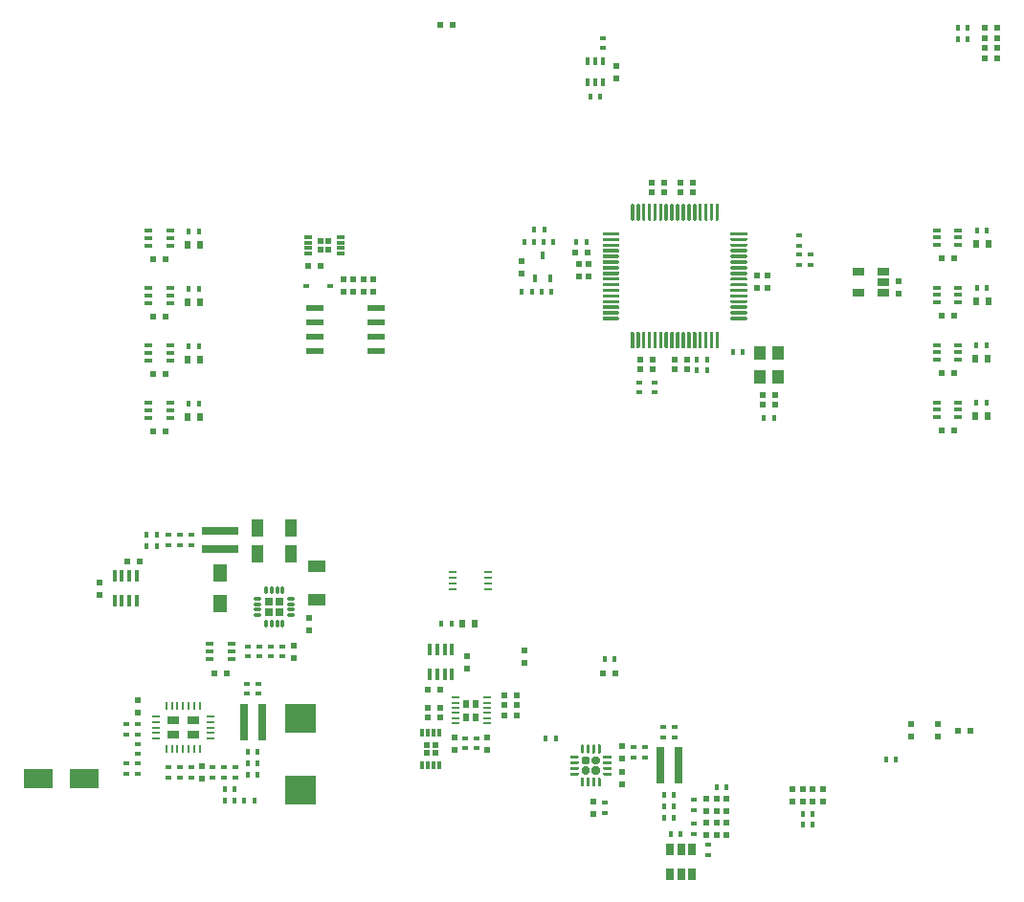
<source format=gbr>
G04 #@! TF.GenerationSoftware,KiCad,Pcbnew,(5.1.8)-1*
G04 #@! TF.CreationDate,2021-01-22T21:00:44-06:00*
G04 #@! TF.ProjectId,Pulse_Oximeter,50756c73-655f-44f7-9869-6d657465722e,rev?*
G04 #@! TF.SameCoordinates,Original*
G04 #@! TF.FileFunction,Paste,Top*
G04 #@! TF.FilePolarity,Positive*
%FSLAX46Y46*%
G04 Gerber Fmt 4.6, Leading zero omitted, Abs format (unit mm)*
G04 Created by KiCad (PCBNEW (5.1.8)-1) date 2021-01-22 21:00:44*
%MOMM*%
%LPD*%
G01*
G04 APERTURE LIST*
%ADD10R,0.400000X0.600000*%
%ADD11R,0.600000X0.500000*%
%ADD12R,0.600000X0.400000*%
%ADD13R,1.060000X0.650000*%
%ADD14R,0.650000X0.400000*%
%ADD15R,0.400000X0.650000*%
%ADD16R,0.650000X1.060000*%
%ADD17R,0.750000X0.250000*%
%ADD18R,0.400000X1.060000*%
%ADD19R,0.730000X0.730000*%
%ADD20O,0.300000X0.750000*%
%ADD21O,0.750000X0.300000*%
%ADD22R,3.200000X0.800000*%
%ADD23R,1.200000X1.500000*%
%ADD24R,0.600000X0.700000*%
%ADD25R,0.500000X0.600000*%
%ADD26R,1.000000X1.600000*%
%ADD27R,1.600000X1.000000*%
%ADD28R,0.800000X3.200000*%
%ADD29R,1.095000X0.795000*%
%ADD30R,0.700000X0.250000*%
%ADD31R,0.250000X0.700000*%
%ADD32R,0.450000X0.700000*%
%ADD33R,2.700000X2.550000*%
%ADD34R,2.500000X1.800000*%
%ADD35R,0.600000X0.450000*%
%ADD36R,0.498000X0.714000*%
%ADD37R,0.300000X0.750000*%
%ADD38R,1.550000X0.600000*%
%ADD39R,0.750000X0.300000*%
%ADD40R,1.100000X1.300000*%
G04 APERTURE END LIST*
D10*
X118116000Y-128397000D03*
X117216000Y-128397000D03*
D11*
X183494000Y-66990000D03*
X182394000Y-66990000D03*
X183494000Y-66101000D03*
X182394000Y-66101000D03*
X108860000Y-84770000D03*
X109960000Y-84770000D03*
D12*
X167005000Y-85283500D03*
X167005000Y-84383500D03*
G36*
G01*
X151104000Y-81294000D02*
X151104000Y-79969000D01*
G75*
G02*
X151179000Y-79894000I75000J0D01*
G01*
X151329000Y-79894000D01*
G75*
G02*
X151404000Y-79969000I0J-75000D01*
G01*
X151404000Y-81294000D01*
G75*
G02*
X151329000Y-81369000I-75000J0D01*
G01*
X151179000Y-81369000D01*
G75*
G02*
X151104000Y-81294000I0J75000D01*
G01*
G37*
G36*
G01*
X151604000Y-81294000D02*
X151604000Y-79969000D01*
G75*
G02*
X151679000Y-79894000I75000J0D01*
G01*
X151829000Y-79894000D01*
G75*
G02*
X151904000Y-79969000I0J-75000D01*
G01*
X151904000Y-81294000D01*
G75*
G02*
X151829000Y-81369000I-75000J0D01*
G01*
X151679000Y-81369000D01*
G75*
G02*
X151604000Y-81294000I0J75000D01*
G01*
G37*
G36*
G01*
X152104000Y-81294000D02*
X152104000Y-79969000D01*
G75*
G02*
X152179000Y-79894000I75000J0D01*
G01*
X152329000Y-79894000D01*
G75*
G02*
X152404000Y-79969000I0J-75000D01*
G01*
X152404000Y-81294000D01*
G75*
G02*
X152329000Y-81369000I-75000J0D01*
G01*
X152179000Y-81369000D01*
G75*
G02*
X152104000Y-81294000I0J75000D01*
G01*
G37*
G36*
G01*
X152604000Y-81294000D02*
X152604000Y-79969000D01*
G75*
G02*
X152679000Y-79894000I75000J0D01*
G01*
X152829000Y-79894000D01*
G75*
G02*
X152904000Y-79969000I0J-75000D01*
G01*
X152904000Y-81294000D01*
G75*
G02*
X152829000Y-81369000I-75000J0D01*
G01*
X152679000Y-81369000D01*
G75*
G02*
X152604000Y-81294000I0J75000D01*
G01*
G37*
G36*
G01*
X153104000Y-81294000D02*
X153104000Y-79969000D01*
G75*
G02*
X153179000Y-79894000I75000J0D01*
G01*
X153329000Y-79894000D01*
G75*
G02*
X153404000Y-79969000I0J-75000D01*
G01*
X153404000Y-81294000D01*
G75*
G02*
X153329000Y-81369000I-75000J0D01*
G01*
X153179000Y-81369000D01*
G75*
G02*
X153104000Y-81294000I0J75000D01*
G01*
G37*
G36*
G01*
X153604000Y-81294000D02*
X153604000Y-79969000D01*
G75*
G02*
X153679000Y-79894000I75000J0D01*
G01*
X153829000Y-79894000D01*
G75*
G02*
X153904000Y-79969000I0J-75000D01*
G01*
X153904000Y-81294000D01*
G75*
G02*
X153829000Y-81369000I-75000J0D01*
G01*
X153679000Y-81369000D01*
G75*
G02*
X153604000Y-81294000I0J75000D01*
G01*
G37*
G36*
G01*
X154104000Y-81294000D02*
X154104000Y-79969000D01*
G75*
G02*
X154179000Y-79894000I75000J0D01*
G01*
X154329000Y-79894000D01*
G75*
G02*
X154404000Y-79969000I0J-75000D01*
G01*
X154404000Y-81294000D01*
G75*
G02*
X154329000Y-81369000I-75000J0D01*
G01*
X154179000Y-81369000D01*
G75*
G02*
X154104000Y-81294000I0J75000D01*
G01*
G37*
G36*
G01*
X154604000Y-81294000D02*
X154604000Y-79969000D01*
G75*
G02*
X154679000Y-79894000I75000J0D01*
G01*
X154829000Y-79894000D01*
G75*
G02*
X154904000Y-79969000I0J-75000D01*
G01*
X154904000Y-81294000D01*
G75*
G02*
X154829000Y-81369000I-75000J0D01*
G01*
X154679000Y-81369000D01*
G75*
G02*
X154604000Y-81294000I0J75000D01*
G01*
G37*
G36*
G01*
X155104000Y-81294000D02*
X155104000Y-79969000D01*
G75*
G02*
X155179000Y-79894000I75000J0D01*
G01*
X155329000Y-79894000D01*
G75*
G02*
X155404000Y-79969000I0J-75000D01*
G01*
X155404000Y-81294000D01*
G75*
G02*
X155329000Y-81369000I-75000J0D01*
G01*
X155179000Y-81369000D01*
G75*
G02*
X155104000Y-81294000I0J75000D01*
G01*
G37*
G36*
G01*
X155604000Y-81294000D02*
X155604000Y-79969000D01*
G75*
G02*
X155679000Y-79894000I75000J0D01*
G01*
X155829000Y-79894000D01*
G75*
G02*
X155904000Y-79969000I0J-75000D01*
G01*
X155904000Y-81294000D01*
G75*
G02*
X155829000Y-81369000I-75000J0D01*
G01*
X155679000Y-81369000D01*
G75*
G02*
X155604000Y-81294000I0J75000D01*
G01*
G37*
G36*
G01*
X156104000Y-81294000D02*
X156104000Y-79969000D01*
G75*
G02*
X156179000Y-79894000I75000J0D01*
G01*
X156329000Y-79894000D01*
G75*
G02*
X156404000Y-79969000I0J-75000D01*
G01*
X156404000Y-81294000D01*
G75*
G02*
X156329000Y-81369000I-75000J0D01*
G01*
X156179000Y-81369000D01*
G75*
G02*
X156104000Y-81294000I0J75000D01*
G01*
G37*
G36*
G01*
X156604000Y-81294000D02*
X156604000Y-79969000D01*
G75*
G02*
X156679000Y-79894000I75000J0D01*
G01*
X156829000Y-79894000D01*
G75*
G02*
X156904000Y-79969000I0J-75000D01*
G01*
X156904000Y-81294000D01*
G75*
G02*
X156829000Y-81369000I-75000J0D01*
G01*
X156679000Y-81369000D01*
G75*
G02*
X156604000Y-81294000I0J75000D01*
G01*
G37*
G36*
G01*
X157104000Y-81294000D02*
X157104000Y-79969000D01*
G75*
G02*
X157179000Y-79894000I75000J0D01*
G01*
X157329000Y-79894000D01*
G75*
G02*
X157404000Y-79969000I0J-75000D01*
G01*
X157404000Y-81294000D01*
G75*
G02*
X157329000Y-81369000I-75000J0D01*
G01*
X157179000Y-81369000D01*
G75*
G02*
X157104000Y-81294000I0J75000D01*
G01*
G37*
G36*
G01*
X157604000Y-81294000D02*
X157604000Y-79969000D01*
G75*
G02*
X157679000Y-79894000I75000J0D01*
G01*
X157829000Y-79894000D01*
G75*
G02*
X157904000Y-79969000I0J-75000D01*
G01*
X157904000Y-81294000D01*
G75*
G02*
X157829000Y-81369000I-75000J0D01*
G01*
X157679000Y-81369000D01*
G75*
G02*
X157604000Y-81294000I0J75000D01*
G01*
G37*
G36*
G01*
X158104000Y-81294000D02*
X158104000Y-79969000D01*
G75*
G02*
X158179000Y-79894000I75000J0D01*
G01*
X158329000Y-79894000D01*
G75*
G02*
X158404000Y-79969000I0J-75000D01*
G01*
X158404000Y-81294000D01*
G75*
G02*
X158329000Y-81369000I-75000J0D01*
G01*
X158179000Y-81369000D01*
G75*
G02*
X158104000Y-81294000I0J75000D01*
G01*
G37*
G36*
G01*
X158604000Y-81294000D02*
X158604000Y-79969000D01*
G75*
G02*
X158679000Y-79894000I75000J0D01*
G01*
X158829000Y-79894000D01*
G75*
G02*
X158904000Y-79969000I0J-75000D01*
G01*
X158904000Y-81294000D01*
G75*
G02*
X158829000Y-81369000I-75000J0D01*
G01*
X158679000Y-81369000D01*
G75*
G02*
X158604000Y-81294000I0J75000D01*
G01*
G37*
G36*
G01*
X159929000Y-82619000D02*
X159929000Y-82469000D01*
G75*
G02*
X160004000Y-82394000I75000J0D01*
G01*
X161329000Y-82394000D01*
G75*
G02*
X161404000Y-82469000I0J-75000D01*
G01*
X161404000Y-82619000D01*
G75*
G02*
X161329000Y-82694000I-75000J0D01*
G01*
X160004000Y-82694000D01*
G75*
G02*
X159929000Y-82619000I0J75000D01*
G01*
G37*
G36*
G01*
X159929000Y-83119000D02*
X159929000Y-82969000D01*
G75*
G02*
X160004000Y-82894000I75000J0D01*
G01*
X161329000Y-82894000D01*
G75*
G02*
X161404000Y-82969000I0J-75000D01*
G01*
X161404000Y-83119000D01*
G75*
G02*
X161329000Y-83194000I-75000J0D01*
G01*
X160004000Y-83194000D01*
G75*
G02*
X159929000Y-83119000I0J75000D01*
G01*
G37*
G36*
G01*
X159929000Y-83619000D02*
X159929000Y-83469000D01*
G75*
G02*
X160004000Y-83394000I75000J0D01*
G01*
X161329000Y-83394000D01*
G75*
G02*
X161404000Y-83469000I0J-75000D01*
G01*
X161404000Y-83619000D01*
G75*
G02*
X161329000Y-83694000I-75000J0D01*
G01*
X160004000Y-83694000D01*
G75*
G02*
X159929000Y-83619000I0J75000D01*
G01*
G37*
G36*
G01*
X159929000Y-84119000D02*
X159929000Y-83969000D01*
G75*
G02*
X160004000Y-83894000I75000J0D01*
G01*
X161329000Y-83894000D01*
G75*
G02*
X161404000Y-83969000I0J-75000D01*
G01*
X161404000Y-84119000D01*
G75*
G02*
X161329000Y-84194000I-75000J0D01*
G01*
X160004000Y-84194000D01*
G75*
G02*
X159929000Y-84119000I0J75000D01*
G01*
G37*
G36*
G01*
X159929000Y-84619000D02*
X159929000Y-84469000D01*
G75*
G02*
X160004000Y-84394000I75000J0D01*
G01*
X161329000Y-84394000D01*
G75*
G02*
X161404000Y-84469000I0J-75000D01*
G01*
X161404000Y-84619000D01*
G75*
G02*
X161329000Y-84694000I-75000J0D01*
G01*
X160004000Y-84694000D01*
G75*
G02*
X159929000Y-84619000I0J75000D01*
G01*
G37*
G36*
G01*
X159929000Y-85119000D02*
X159929000Y-84969000D01*
G75*
G02*
X160004000Y-84894000I75000J0D01*
G01*
X161329000Y-84894000D01*
G75*
G02*
X161404000Y-84969000I0J-75000D01*
G01*
X161404000Y-85119000D01*
G75*
G02*
X161329000Y-85194000I-75000J0D01*
G01*
X160004000Y-85194000D01*
G75*
G02*
X159929000Y-85119000I0J75000D01*
G01*
G37*
G36*
G01*
X159929000Y-85619000D02*
X159929000Y-85469000D01*
G75*
G02*
X160004000Y-85394000I75000J0D01*
G01*
X161329000Y-85394000D01*
G75*
G02*
X161404000Y-85469000I0J-75000D01*
G01*
X161404000Y-85619000D01*
G75*
G02*
X161329000Y-85694000I-75000J0D01*
G01*
X160004000Y-85694000D01*
G75*
G02*
X159929000Y-85619000I0J75000D01*
G01*
G37*
G36*
G01*
X159929000Y-86119000D02*
X159929000Y-85969000D01*
G75*
G02*
X160004000Y-85894000I75000J0D01*
G01*
X161329000Y-85894000D01*
G75*
G02*
X161404000Y-85969000I0J-75000D01*
G01*
X161404000Y-86119000D01*
G75*
G02*
X161329000Y-86194000I-75000J0D01*
G01*
X160004000Y-86194000D01*
G75*
G02*
X159929000Y-86119000I0J75000D01*
G01*
G37*
G36*
G01*
X159929000Y-86619000D02*
X159929000Y-86469000D01*
G75*
G02*
X160004000Y-86394000I75000J0D01*
G01*
X161329000Y-86394000D01*
G75*
G02*
X161404000Y-86469000I0J-75000D01*
G01*
X161404000Y-86619000D01*
G75*
G02*
X161329000Y-86694000I-75000J0D01*
G01*
X160004000Y-86694000D01*
G75*
G02*
X159929000Y-86619000I0J75000D01*
G01*
G37*
G36*
G01*
X159929000Y-87119000D02*
X159929000Y-86969000D01*
G75*
G02*
X160004000Y-86894000I75000J0D01*
G01*
X161329000Y-86894000D01*
G75*
G02*
X161404000Y-86969000I0J-75000D01*
G01*
X161404000Y-87119000D01*
G75*
G02*
X161329000Y-87194000I-75000J0D01*
G01*
X160004000Y-87194000D01*
G75*
G02*
X159929000Y-87119000I0J75000D01*
G01*
G37*
G36*
G01*
X159929000Y-87619000D02*
X159929000Y-87469000D01*
G75*
G02*
X160004000Y-87394000I75000J0D01*
G01*
X161329000Y-87394000D01*
G75*
G02*
X161404000Y-87469000I0J-75000D01*
G01*
X161404000Y-87619000D01*
G75*
G02*
X161329000Y-87694000I-75000J0D01*
G01*
X160004000Y-87694000D01*
G75*
G02*
X159929000Y-87619000I0J75000D01*
G01*
G37*
G36*
G01*
X159929000Y-88119000D02*
X159929000Y-87969000D01*
G75*
G02*
X160004000Y-87894000I75000J0D01*
G01*
X161329000Y-87894000D01*
G75*
G02*
X161404000Y-87969000I0J-75000D01*
G01*
X161404000Y-88119000D01*
G75*
G02*
X161329000Y-88194000I-75000J0D01*
G01*
X160004000Y-88194000D01*
G75*
G02*
X159929000Y-88119000I0J75000D01*
G01*
G37*
G36*
G01*
X159929000Y-88619000D02*
X159929000Y-88469000D01*
G75*
G02*
X160004000Y-88394000I75000J0D01*
G01*
X161329000Y-88394000D01*
G75*
G02*
X161404000Y-88469000I0J-75000D01*
G01*
X161404000Y-88619000D01*
G75*
G02*
X161329000Y-88694000I-75000J0D01*
G01*
X160004000Y-88694000D01*
G75*
G02*
X159929000Y-88619000I0J75000D01*
G01*
G37*
G36*
G01*
X159929000Y-89119000D02*
X159929000Y-88969000D01*
G75*
G02*
X160004000Y-88894000I75000J0D01*
G01*
X161329000Y-88894000D01*
G75*
G02*
X161404000Y-88969000I0J-75000D01*
G01*
X161404000Y-89119000D01*
G75*
G02*
X161329000Y-89194000I-75000J0D01*
G01*
X160004000Y-89194000D01*
G75*
G02*
X159929000Y-89119000I0J75000D01*
G01*
G37*
G36*
G01*
X159929000Y-89619000D02*
X159929000Y-89469000D01*
G75*
G02*
X160004000Y-89394000I75000J0D01*
G01*
X161329000Y-89394000D01*
G75*
G02*
X161404000Y-89469000I0J-75000D01*
G01*
X161404000Y-89619000D01*
G75*
G02*
X161329000Y-89694000I-75000J0D01*
G01*
X160004000Y-89694000D01*
G75*
G02*
X159929000Y-89619000I0J75000D01*
G01*
G37*
G36*
G01*
X159929000Y-90119000D02*
X159929000Y-89969000D01*
G75*
G02*
X160004000Y-89894000I75000J0D01*
G01*
X161329000Y-89894000D01*
G75*
G02*
X161404000Y-89969000I0J-75000D01*
G01*
X161404000Y-90119000D01*
G75*
G02*
X161329000Y-90194000I-75000J0D01*
G01*
X160004000Y-90194000D01*
G75*
G02*
X159929000Y-90119000I0J75000D01*
G01*
G37*
G36*
G01*
X158604000Y-92619000D02*
X158604000Y-91294000D01*
G75*
G02*
X158679000Y-91219000I75000J0D01*
G01*
X158829000Y-91219000D01*
G75*
G02*
X158904000Y-91294000I0J-75000D01*
G01*
X158904000Y-92619000D01*
G75*
G02*
X158829000Y-92694000I-75000J0D01*
G01*
X158679000Y-92694000D01*
G75*
G02*
X158604000Y-92619000I0J75000D01*
G01*
G37*
G36*
G01*
X158104000Y-92619000D02*
X158104000Y-91294000D01*
G75*
G02*
X158179000Y-91219000I75000J0D01*
G01*
X158329000Y-91219000D01*
G75*
G02*
X158404000Y-91294000I0J-75000D01*
G01*
X158404000Y-92619000D01*
G75*
G02*
X158329000Y-92694000I-75000J0D01*
G01*
X158179000Y-92694000D01*
G75*
G02*
X158104000Y-92619000I0J75000D01*
G01*
G37*
G36*
G01*
X157604000Y-92619000D02*
X157604000Y-91294000D01*
G75*
G02*
X157679000Y-91219000I75000J0D01*
G01*
X157829000Y-91219000D01*
G75*
G02*
X157904000Y-91294000I0J-75000D01*
G01*
X157904000Y-92619000D01*
G75*
G02*
X157829000Y-92694000I-75000J0D01*
G01*
X157679000Y-92694000D01*
G75*
G02*
X157604000Y-92619000I0J75000D01*
G01*
G37*
G36*
G01*
X157104000Y-92619000D02*
X157104000Y-91294000D01*
G75*
G02*
X157179000Y-91219000I75000J0D01*
G01*
X157329000Y-91219000D01*
G75*
G02*
X157404000Y-91294000I0J-75000D01*
G01*
X157404000Y-92619000D01*
G75*
G02*
X157329000Y-92694000I-75000J0D01*
G01*
X157179000Y-92694000D01*
G75*
G02*
X157104000Y-92619000I0J75000D01*
G01*
G37*
G36*
G01*
X156604000Y-92619000D02*
X156604000Y-91294000D01*
G75*
G02*
X156679000Y-91219000I75000J0D01*
G01*
X156829000Y-91219000D01*
G75*
G02*
X156904000Y-91294000I0J-75000D01*
G01*
X156904000Y-92619000D01*
G75*
G02*
X156829000Y-92694000I-75000J0D01*
G01*
X156679000Y-92694000D01*
G75*
G02*
X156604000Y-92619000I0J75000D01*
G01*
G37*
G36*
G01*
X156104000Y-92619000D02*
X156104000Y-91294000D01*
G75*
G02*
X156179000Y-91219000I75000J0D01*
G01*
X156329000Y-91219000D01*
G75*
G02*
X156404000Y-91294000I0J-75000D01*
G01*
X156404000Y-92619000D01*
G75*
G02*
X156329000Y-92694000I-75000J0D01*
G01*
X156179000Y-92694000D01*
G75*
G02*
X156104000Y-92619000I0J75000D01*
G01*
G37*
G36*
G01*
X155604000Y-92619000D02*
X155604000Y-91294000D01*
G75*
G02*
X155679000Y-91219000I75000J0D01*
G01*
X155829000Y-91219000D01*
G75*
G02*
X155904000Y-91294000I0J-75000D01*
G01*
X155904000Y-92619000D01*
G75*
G02*
X155829000Y-92694000I-75000J0D01*
G01*
X155679000Y-92694000D01*
G75*
G02*
X155604000Y-92619000I0J75000D01*
G01*
G37*
G36*
G01*
X155104000Y-92619000D02*
X155104000Y-91294000D01*
G75*
G02*
X155179000Y-91219000I75000J0D01*
G01*
X155329000Y-91219000D01*
G75*
G02*
X155404000Y-91294000I0J-75000D01*
G01*
X155404000Y-92619000D01*
G75*
G02*
X155329000Y-92694000I-75000J0D01*
G01*
X155179000Y-92694000D01*
G75*
G02*
X155104000Y-92619000I0J75000D01*
G01*
G37*
G36*
G01*
X154604000Y-92619000D02*
X154604000Y-91294000D01*
G75*
G02*
X154679000Y-91219000I75000J0D01*
G01*
X154829000Y-91219000D01*
G75*
G02*
X154904000Y-91294000I0J-75000D01*
G01*
X154904000Y-92619000D01*
G75*
G02*
X154829000Y-92694000I-75000J0D01*
G01*
X154679000Y-92694000D01*
G75*
G02*
X154604000Y-92619000I0J75000D01*
G01*
G37*
G36*
G01*
X154104000Y-92619000D02*
X154104000Y-91294000D01*
G75*
G02*
X154179000Y-91219000I75000J0D01*
G01*
X154329000Y-91219000D01*
G75*
G02*
X154404000Y-91294000I0J-75000D01*
G01*
X154404000Y-92619000D01*
G75*
G02*
X154329000Y-92694000I-75000J0D01*
G01*
X154179000Y-92694000D01*
G75*
G02*
X154104000Y-92619000I0J75000D01*
G01*
G37*
G36*
G01*
X153604000Y-92619000D02*
X153604000Y-91294000D01*
G75*
G02*
X153679000Y-91219000I75000J0D01*
G01*
X153829000Y-91219000D01*
G75*
G02*
X153904000Y-91294000I0J-75000D01*
G01*
X153904000Y-92619000D01*
G75*
G02*
X153829000Y-92694000I-75000J0D01*
G01*
X153679000Y-92694000D01*
G75*
G02*
X153604000Y-92619000I0J75000D01*
G01*
G37*
G36*
G01*
X153104000Y-92619000D02*
X153104000Y-91294000D01*
G75*
G02*
X153179000Y-91219000I75000J0D01*
G01*
X153329000Y-91219000D01*
G75*
G02*
X153404000Y-91294000I0J-75000D01*
G01*
X153404000Y-92619000D01*
G75*
G02*
X153329000Y-92694000I-75000J0D01*
G01*
X153179000Y-92694000D01*
G75*
G02*
X153104000Y-92619000I0J75000D01*
G01*
G37*
G36*
G01*
X152604000Y-92619000D02*
X152604000Y-91294000D01*
G75*
G02*
X152679000Y-91219000I75000J0D01*
G01*
X152829000Y-91219000D01*
G75*
G02*
X152904000Y-91294000I0J-75000D01*
G01*
X152904000Y-92619000D01*
G75*
G02*
X152829000Y-92694000I-75000J0D01*
G01*
X152679000Y-92694000D01*
G75*
G02*
X152604000Y-92619000I0J75000D01*
G01*
G37*
G36*
G01*
X152104000Y-92619000D02*
X152104000Y-91294000D01*
G75*
G02*
X152179000Y-91219000I75000J0D01*
G01*
X152329000Y-91219000D01*
G75*
G02*
X152404000Y-91294000I0J-75000D01*
G01*
X152404000Y-92619000D01*
G75*
G02*
X152329000Y-92694000I-75000J0D01*
G01*
X152179000Y-92694000D01*
G75*
G02*
X152104000Y-92619000I0J75000D01*
G01*
G37*
G36*
G01*
X151604000Y-92619000D02*
X151604000Y-91294000D01*
G75*
G02*
X151679000Y-91219000I75000J0D01*
G01*
X151829000Y-91219000D01*
G75*
G02*
X151904000Y-91294000I0J-75000D01*
G01*
X151904000Y-92619000D01*
G75*
G02*
X151829000Y-92694000I-75000J0D01*
G01*
X151679000Y-92694000D01*
G75*
G02*
X151604000Y-92619000I0J75000D01*
G01*
G37*
G36*
G01*
X151104000Y-92619000D02*
X151104000Y-91294000D01*
G75*
G02*
X151179000Y-91219000I75000J0D01*
G01*
X151329000Y-91219000D01*
G75*
G02*
X151404000Y-91294000I0J-75000D01*
G01*
X151404000Y-92619000D01*
G75*
G02*
X151329000Y-92694000I-75000J0D01*
G01*
X151179000Y-92694000D01*
G75*
G02*
X151104000Y-92619000I0J75000D01*
G01*
G37*
G36*
G01*
X148604000Y-90119000D02*
X148604000Y-89969000D01*
G75*
G02*
X148679000Y-89894000I75000J0D01*
G01*
X150004000Y-89894000D01*
G75*
G02*
X150079000Y-89969000I0J-75000D01*
G01*
X150079000Y-90119000D01*
G75*
G02*
X150004000Y-90194000I-75000J0D01*
G01*
X148679000Y-90194000D01*
G75*
G02*
X148604000Y-90119000I0J75000D01*
G01*
G37*
G36*
G01*
X148604000Y-89619000D02*
X148604000Y-89469000D01*
G75*
G02*
X148679000Y-89394000I75000J0D01*
G01*
X150004000Y-89394000D01*
G75*
G02*
X150079000Y-89469000I0J-75000D01*
G01*
X150079000Y-89619000D01*
G75*
G02*
X150004000Y-89694000I-75000J0D01*
G01*
X148679000Y-89694000D01*
G75*
G02*
X148604000Y-89619000I0J75000D01*
G01*
G37*
G36*
G01*
X148604000Y-89119000D02*
X148604000Y-88969000D01*
G75*
G02*
X148679000Y-88894000I75000J0D01*
G01*
X150004000Y-88894000D01*
G75*
G02*
X150079000Y-88969000I0J-75000D01*
G01*
X150079000Y-89119000D01*
G75*
G02*
X150004000Y-89194000I-75000J0D01*
G01*
X148679000Y-89194000D01*
G75*
G02*
X148604000Y-89119000I0J75000D01*
G01*
G37*
G36*
G01*
X148604000Y-88619000D02*
X148604000Y-88469000D01*
G75*
G02*
X148679000Y-88394000I75000J0D01*
G01*
X150004000Y-88394000D01*
G75*
G02*
X150079000Y-88469000I0J-75000D01*
G01*
X150079000Y-88619000D01*
G75*
G02*
X150004000Y-88694000I-75000J0D01*
G01*
X148679000Y-88694000D01*
G75*
G02*
X148604000Y-88619000I0J75000D01*
G01*
G37*
G36*
G01*
X148604000Y-88119000D02*
X148604000Y-87969000D01*
G75*
G02*
X148679000Y-87894000I75000J0D01*
G01*
X150004000Y-87894000D01*
G75*
G02*
X150079000Y-87969000I0J-75000D01*
G01*
X150079000Y-88119000D01*
G75*
G02*
X150004000Y-88194000I-75000J0D01*
G01*
X148679000Y-88194000D01*
G75*
G02*
X148604000Y-88119000I0J75000D01*
G01*
G37*
G36*
G01*
X148604000Y-87619000D02*
X148604000Y-87469000D01*
G75*
G02*
X148679000Y-87394000I75000J0D01*
G01*
X150004000Y-87394000D01*
G75*
G02*
X150079000Y-87469000I0J-75000D01*
G01*
X150079000Y-87619000D01*
G75*
G02*
X150004000Y-87694000I-75000J0D01*
G01*
X148679000Y-87694000D01*
G75*
G02*
X148604000Y-87619000I0J75000D01*
G01*
G37*
G36*
G01*
X148604000Y-87119000D02*
X148604000Y-86969000D01*
G75*
G02*
X148679000Y-86894000I75000J0D01*
G01*
X150004000Y-86894000D01*
G75*
G02*
X150079000Y-86969000I0J-75000D01*
G01*
X150079000Y-87119000D01*
G75*
G02*
X150004000Y-87194000I-75000J0D01*
G01*
X148679000Y-87194000D01*
G75*
G02*
X148604000Y-87119000I0J75000D01*
G01*
G37*
G36*
G01*
X148604000Y-86619000D02*
X148604000Y-86469000D01*
G75*
G02*
X148679000Y-86394000I75000J0D01*
G01*
X150004000Y-86394000D01*
G75*
G02*
X150079000Y-86469000I0J-75000D01*
G01*
X150079000Y-86619000D01*
G75*
G02*
X150004000Y-86694000I-75000J0D01*
G01*
X148679000Y-86694000D01*
G75*
G02*
X148604000Y-86619000I0J75000D01*
G01*
G37*
G36*
G01*
X148604000Y-86119000D02*
X148604000Y-85969000D01*
G75*
G02*
X148679000Y-85894000I75000J0D01*
G01*
X150004000Y-85894000D01*
G75*
G02*
X150079000Y-85969000I0J-75000D01*
G01*
X150079000Y-86119000D01*
G75*
G02*
X150004000Y-86194000I-75000J0D01*
G01*
X148679000Y-86194000D01*
G75*
G02*
X148604000Y-86119000I0J75000D01*
G01*
G37*
G36*
G01*
X148604000Y-85619000D02*
X148604000Y-85469000D01*
G75*
G02*
X148679000Y-85394000I75000J0D01*
G01*
X150004000Y-85394000D01*
G75*
G02*
X150079000Y-85469000I0J-75000D01*
G01*
X150079000Y-85619000D01*
G75*
G02*
X150004000Y-85694000I-75000J0D01*
G01*
X148679000Y-85694000D01*
G75*
G02*
X148604000Y-85619000I0J75000D01*
G01*
G37*
G36*
G01*
X148604000Y-85119000D02*
X148604000Y-84969000D01*
G75*
G02*
X148679000Y-84894000I75000J0D01*
G01*
X150004000Y-84894000D01*
G75*
G02*
X150079000Y-84969000I0J-75000D01*
G01*
X150079000Y-85119000D01*
G75*
G02*
X150004000Y-85194000I-75000J0D01*
G01*
X148679000Y-85194000D01*
G75*
G02*
X148604000Y-85119000I0J75000D01*
G01*
G37*
G36*
G01*
X148604000Y-84619000D02*
X148604000Y-84469000D01*
G75*
G02*
X148679000Y-84394000I75000J0D01*
G01*
X150004000Y-84394000D01*
G75*
G02*
X150079000Y-84469000I0J-75000D01*
G01*
X150079000Y-84619000D01*
G75*
G02*
X150004000Y-84694000I-75000J0D01*
G01*
X148679000Y-84694000D01*
G75*
G02*
X148604000Y-84619000I0J75000D01*
G01*
G37*
G36*
G01*
X148604000Y-84119000D02*
X148604000Y-83969000D01*
G75*
G02*
X148679000Y-83894000I75000J0D01*
G01*
X150004000Y-83894000D01*
G75*
G02*
X150079000Y-83969000I0J-75000D01*
G01*
X150079000Y-84119000D01*
G75*
G02*
X150004000Y-84194000I-75000J0D01*
G01*
X148679000Y-84194000D01*
G75*
G02*
X148604000Y-84119000I0J75000D01*
G01*
G37*
G36*
G01*
X148604000Y-83619000D02*
X148604000Y-83469000D01*
G75*
G02*
X148679000Y-83394000I75000J0D01*
G01*
X150004000Y-83394000D01*
G75*
G02*
X150079000Y-83469000I0J-75000D01*
G01*
X150079000Y-83619000D01*
G75*
G02*
X150004000Y-83694000I-75000J0D01*
G01*
X148679000Y-83694000D01*
G75*
G02*
X148604000Y-83619000I0J75000D01*
G01*
G37*
G36*
G01*
X148604000Y-83119000D02*
X148604000Y-82969000D01*
G75*
G02*
X148679000Y-82894000I75000J0D01*
G01*
X150004000Y-82894000D01*
G75*
G02*
X150079000Y-82969000I0J-75000D01*
G01*
X150079000Y-83119000D01*
G75*
G02*
X150004000Y-83194000I-75000J0D01*
G01*
X148679000Y-83194000D01*
G75*
G02*
X148604000Y-83119000I0J75000D01*
G01*
G37*
G36*
G01*
X148604000Y-82619000D02*
X148604000Y-82469000D01*
G75*
G02*
X148679000Y-82394000I75000J0D01*
G01*
X150004000Y-82394000D01*
G75*
G02*
X150079000Y-82469000I0J-75000D01*
G01*
X150079000Y-82619000D01*
G75*
G02*
X150004000Y-82694000I-75000J0D01*
G01*
X148679000Y-82694000D01*
G75*
G02*
X148604000Y-82619000I0J75000D01*
G01*
G37*
D13*
X171228000Y-87774500D03*
X171228000Y-85874500D03*
X173428000Y-85874500D03*
X173428000Y-86824500D03*
X173428000Y-87774500D03*
D14*
X180084000Y-97455000D03*
X180084000Y-98755000D03*
X178184000Y-98105000D03*
X180084000Y-98105000D03*
X178184000Y-98755000D03*
X178184000Y-97455000D03*
X180084000Y-92375000D03*
X180084000Y-93675000D03*
X178184000Y-93025000D03*
X180084000Y-93025000D03*
X178184000Y-93675000D03*
X178184000Y-92375000D03*
X180084000Y-87295000D03*
X180084000Y-88595000D03*
X178184000Y-87945000D03*
X180084000Y-87945000D03*
X178184000Y-88595000D03*
X178184000Y-87295000D03*
X180084000Y-82215000D03*
X180084000Y-83515000D03*
X178184000Y-82865000D03*
X180084000Y-82865000D03*
X178184000Y-83515000D03*
X178184000Y-82215000D03*
X110360000Y-97518500D03*
X110360000Y-98818500D03*
X108460000Y-98168500D03*
X110360000Y-98168500D03*
X108460000Y-98818500D03*
X108460000Y-97518500D03*
X110360000Y-92438500D03*
X110360000Y-93738500D03*
X108460000Y-93088500D03*
X110360000Y-93088500D03*
X108460000Y-93738500D03*
X108460000Y-92438500D03*
X110360000Y-87358500D03*
X110360000Y-88658500D03*
X108460000Y-88008500D03*
X110360000Y-88008500D03*
X108460000Y-88658500D03*
X108460000Y-87358500D03*
X110360000Y-82278500D03*
X110360000Y-83578500D03*
X108460000Y-82928500D03*
X110360000Y-82928500D03*
X108460000Y-83578500D03*
X108460000Y-82278500D03*
D15*
X147305000Y-67246500D03*
X148605000Y-67246500D03*
X147955000Y-69146500D03*
X147955000Y-67246500D03*
X148605000Y-69146500D03*
X147305000Y-69146500D03*
D16*
X155547000Y-139255000D03*
X156497000Y-139255000D03*
X154597000Y-139255000D03*
X154597000Y-137055000D03*
X155547000Y-137055000D03*
X156497000Y-137055000D03*
D17*
X135356000Y-113970000D03*
X135356000Y-113470000D03*
X135356000Y-112970000D03*
X135356000Y-112470000D03*
X138456000Y-112470000D03*
X138456000Y-112970000D03*
X138456000Y-113470000D03*
X138456000Y-113970000D03*
D18*
X107406000Y-115023000D03*
X106756000Y-115023000D03*
X106096000Y-115023000D03*
X105446000Y-115023000D03*
X105446000Y-112823000D03*
X106096000Y-112823000D03*
X106756000Y-112823000D03*
X107406000Y-112823000D03*
D19*
X119120000Y-115120000D03*
X120020000Y-115120000D03*
X120020000Y-116020000D03*
X119120000Y-116020000D03*
D20*
X118820000Y-114095000D03*
X119320000Y-114095000D03*
X119820000Y-114095000D03*
X120320000Y-114095000D03*
D21*
X121045000Y-114820000D03*
X121045000Y-115320000D03*
X121045000Y-115820000D03*
X121045000Y-116320000D03*
D20*
X120320000Y-117045000D03*
X119820000Y-117045000D03*
X119320000Y-117045000D03*
X118820000Y-117045000D03*
D21*
X118095000Y-116320000D03*
X118095000Y-115820000D03*
X118095000Y-115320000D03*
X118095000Y-114820000D03*
D14*
X115756000Y-118857000D03*
X115756000Y-120157000D03*
X113856000Y-119507000D03*
X115756000Y-119507000D03*
X113856000Y-120157000D03*
X113856000Y-118857000D03*
D10*
X157881000Y-93639500D03*
X156981000Y-93639500D03*
X156966000Y-94612500D03*
X157866000Y-94612500D03*
X182568000Y-97470000D03*
X181668000Y-97470000D03*
X182568000Y-92390000D03*
X181668000Y-92390000D03*
X182632000Y-87310000D03*
X181732000Y-87310000D03*
X182632000Y-82230000D03*
X181732000Y-82230000D03*
X112908000Y-97533500D03*
X112008000Y-97533500D03*
X112908000Y-92453500D03*
X112008000Y-92453500D03*
X112908000Y-87373500D03*
X112008000Y-87373500D03*
X112908000Y-82293500D03*
X112008000Y-82293500D03*
X173667000Y-129032000D03*
X174567000Y-129032000D03*
D12*
X148654000Y-65206500D03*
X148654000Y-66106500D03*
D10*
X180917000Y-65275500D03*
X180017000Y-65275500D03*
X180017000Y-64323000D03*
X180917000Y-64323000D03*
X148405000Y-70419000D03*
X147505000Y-70419000D03*
X166301000Y-133858000D03*
X167201000Y-133858000D03*
X155517000Y-135700000D03*
X154617000Y-135700000D03*
X149675000Y-120206000D03*
X148775000Y-120206000D03*
D12*
X137478000Y-127185000D03*
X137478000Y-128085000D03*
X136462000Y-127185000D03*
X136462000Y-128085000D03*
D10*
X135260000Y-117030000D03*
X134360000Y-117030000D03*
X160142000Y-92961500D03*
X161042000Y-92961500D03*
D12*
X119253000Y-119957000D03*
X119253000Y-119057000D03*
X118237000Y-119057000D03*
X118237000Y-119957000D03*
D10*
X109162000Y-109156000D03*
X108262000Y-109156000D03*
D12*
X112268000Y-109214000D03*
X112268000Y-110114000D03*
X111252000Y-109214000D03*
X111252000Y-110114000D03*
X110236000Y-109214000D03*
X110236000Y-110114000D03*
D22*
X114808000Y-108864000D03*
X114808000Y-110464000D03*
D10*
X109162000Y-110172000D03*
X108262000Y-110172000D03*
D12*
X120269000Y-119957000D03*
X120269000Y-119057000D03*
X117221000Y-119057000D03*
X117221000Y-119957000D03*
X156654000Y-132646000D03*
X156654000Y-133546000D03*
X156654000Y-135642000D03*
X156654000Y-134742000D03*
D23*
X114808000Y-112569000D03*
X114808000Y-115269000D03*
D24*
X181568000Y-98676500D03*
X182668000Y-98676500D03*
X181568000Y-93596500D03*
X182668000Y-93596500D03*
X181632000Y-88516500D03*
X182732000Y-88516500D03*
X181632000Y-83436500D03*
X182732000Y-83436500D03*
X111908000Y-98740000D03*
X113008000Y-98740000D03*
X111908000Y-93660000D03*
X113008000Y-93660000D03*
X111908000Y-88580000D03*
X113008000Y-88580000D03*
X111908000Y-83500000D03*
X113008000Y-83500000D03*
D25*
X174816000Y-86762500D03*
X174816000Y-87862500D03*
D11*
X178584000Y-99946500D03*
X179684000Y-99946500D03*
X178584000Y-94866500D03*
X179684000Y-94866500D03*
X178584000Y-89786500D03*
X179684000Y-89786500D03*
X178584000Y-84706500D03*
X179684000Y-84706500D03*
X108860000Y-100010000D03*
X109960000Y-100010000D03*
X108860000Y-94930000D03*
X109960000Y-94930000D03*
X108860000Y-89850000D03*
X109960000Y-89850000D03*
X180044000Y-126492000D03*
X181144000Y-126492000D03*
D25*
X178244000Y-127042000D03*
X178244000Y-125942000D03*
X175895000Y-127042000D03*
X175895000Y-125942000D03*
D11*
X183494000Y-64323000D03*
X182394000Y-64323000D03*
X183494000Y-65212000D03*
X182394000Y-65212000D03*
D25*
X149796000Y-68746500D03*
X149796000Y-67646500D03*
X159576000Y-132546000D03*
X159576000Y-133646000D03*
X159576000Y-135742000D03*
X159576000Y-134642000D03*
X158686000Y-132546000D03*
X158686000Y-133646000D03*
X158686000Y-135742000D03*
X158686000Y-134642000D03*
D11*
X146198000Y-84198500D03*
X147298000Y-84198500D03*
D25*
X157798000Y-132546000D03*
X157798000Y-133646000D03*
X168084000Y-132820000D03*
X168084000Y-131720000D03*
D11*
X148675000Y-121476000D03*
X149775000Y-121476000D03*
D25*
X138430000Y-127085000D03*
X138430000Y-128185000D03*
D11*
X163872000Y-97660500D03*
X162772000Y-97660500D03*
X163872000Y-96771500D03*
X162772000Y-96771500D03*
X134260000Y-64005500D03*
X135360000Y-64005500D03*
D25*
X104140000Y-114469000D03*
X104140000Y-113369000D03*
D11*
X106574000Y-111506000D03*
X107674000Y-111506000D03*
D26*
X121070000Y-108585000D03*
X118070000Y-108585000D03*
X121070000Y-110871000D03*
X118070000Y-110871000D03*
D25*
X122682000Y-117644000D03*
X122682000Y-116544000D03*
X121285000Y-120057000D03*
X121285000Y-118957000D03*
D27*
X123317000Y-111974000D03*
X123317000Y-114974000D03*
D11*
X114258000Y-121412000D03*
X115358000Y-121412000D03*
D28*
X118466000Y-125730000D03*
X116866000Y-125730000D03*
D12*
X110172000Y-129788000D03*
X110172000Y-130688000D03*
X107506000Y-130308000D03*
X107506000Y-129408000D03*
G36*
G01*
X146956500Y-129689000D02*
X147311500Y-129689000D01*
G75*
G02*
X147489000Y-129866500I0J-177500D01*
G01*
X147489000Y-130221500D01*
G75*
G02*
X147311500Y-130399000I-177500J0D01*
G01*
X146956500Y-130399000D01*
G75*
G02*
X146779000Y-130221500I0J177500D01*
G01*
X146779000Y-129866500D01*
G75*
G02*
X146956500Y-129689000I177500J0D01*
G01*
G37*
G36*
G01*
X147836500Y-129689000D02*
X148191500Y-129689000D01*
G75*
G02*
X148369000Y-129866500I0J-177500D01*
G01*
X148369000Y-130221500D01*
G75*
G02*
X148191500Y-130399000I-177500J0D01*
G01*
X147836500Y-130399000D01*
G75*
G02*
X147659000Y-130221500I0J177500D01*
G01*
X147659000Y-129866500D01*
G75*
G02*
X147836500Y-129689000I177500J0D01*
G01*
G37*
G36*
G01*
X146956500Y-128809000D02*
X147311500Y-128809000D01*
G75*
G02*
X147489000Y-128986500I0J-177500D01*
G01*
X147489000Y-129341500D01*
G75*
G02*
X147311500Y-129519000I-177500J0D01*
G01*
X146956500Y-129519000D01*
G75*
G02*
X146779000Y-129341500I0J177500D01*
G01*
X146779000Y-128986500D01*
G75*
G02*
X146956500Y-128809000I177500J0D01*
G01*
G37*
G36*
G01*
X147836500Y-128809000D02*
X148191500Y-128809000D01*
G75*
G02*
X148369000Y-128986500I0J-177500D01*
G01*
X148369000Y-129341500D01*
G75*
G02*
X148191500Y-129519000I-177500J0D01*
G01*
X147836500Y-129519000D01*
G75*
G02*
X147659000Y-129341500I0J177500D01*
G01*
X147659000Y-128986500D01*
G75*
G02*
X147836500Y-128809000I177500J0D01*
G01*
G37*
G36*
G01*
X148711500Y-128729000D02*
X149361500Y-128729000D01*
G75*
G02*
X149424000Y-128791500I0J-62500D01*
G01*
X149424000Y-128916500D01*
G75*
G02*
X149361500Y-128979000I-62500J0D01*
G01*
X148711500Y-128979000D01*
G75*
G02*
X148649000Y-128916500I0J62500D01*
G01*
X148649000Y-128791500D01*
G75*
G02*
X148711500Y-128729000I62500J0D01*
G01*
G37*
G36*
G01*
X148711500Y-129229000D02*
X149361500Y-129229000D01*
G75*
G02*
X149424000Y-129291500I0J-62500D01*
G01*
X149424000Y-129416500D01*
G75*
G02*
X149361500Y-129479000I-62500J0D01*
G01*
X148711500Y-129479000D01*
G75*
G02*
X148649000Y-129416500I0J62500D01*
G01*
X148649000Y-129291500D01*
G75*
G02*
X148711500Y-129229000I62500J0D01*
G01*
G37*
G36*
G01*
X148711500Y-129729000D02*
X149361500Y-129729000D01*
G75*
G02*
X149424000Y-129791500I0J-62500D01*
G01*
X149424000Y-129916500D01*
G75*
G02*
X149361500Y-129979000I-62500J0D01*
G01*
X148711500Y-129979000D01*
G75*
G02*
X148649000Y-129916500I0J62500D01*
G01*
X148649000Y-129791500D01*
G75*
G02*
X148711500Y-129729000I62500J0D01*
G01*
G37*
G36*
G01*
X148711500Y-130229000D02*
X149361500Y-130229000D01*
G75*
G02*
X149424000Y-130291500I0J-62500D01*
G01*
X149424000Y-130416500D01*
G75*
G02*
X149361500Y-130479000I-62500J0D01*
G01*
X148711500Y-130479000D01*
G75*
G02*
X148649000Y-130416500I0J62500D01*
G01*
X148649000Y-130291500D01*
G75*
G02*
X148711500Y-130229000I62500J0D01*
G01*
G37*
G36*
G01*
X148261500Y-130679000D02*
X148386500Y-130679000D01*
G75*
G02*
X148449000Y-130741500I0J-62500D01*
G01*
X148449000Y-131391500D01*
G75*
G02*
X148386500Y-131454000I-62500J0D01*
G01*
X148261500Y-131454000D01*
G75*
G02*
X148199000Y-131391500I0J62500D01*
G01*
X148199000Y-130741500D01*
G75*
G02*
X148261500Y-130679000I62500J0D01*
G01*
G37*
G36*
G01*
X147761500Y-130679000D02*
X147886500Y-130679000D01*
G75*
G02*
X147949000Y-130741500I0J-62500D01*
G01*
X147949000Y-131391500D01*
G75*
G02*
X147886500Y-131454000I-62500J0D01*
G01*
X147761500Y-131454000D01*
G75*
G02*
X147699000Y-131391500I0J62500D01*
G01*
X147699000Y-130741500D01*
G75*
G02*
X147761500Y-130679000I62500J0D01*
G01*
G37*
G36*
G01*
X147261500Y-130679000D02*
X147386500Y-130679000D01*
G75*
G02*
X147449000Y-130741500I0J-62500D01*
G01*
X147449000Y-131391500D01*
G75*
G02*
X147386500Y-131454000I-62500J0D01*
G01*
X147261500Y-131454000D01*
G75*
G02*
X147199000Y-131391500I0J62500D01*
G01*
X147199000Y-130741500D01*
G75*
G02*
X147261500Y-130679000I62500J0D01*
G01*
G37*
G36*
G01*
X146761500Y-130679000D02*
X146886500Y-130679000D01*
G75*
G02*
X146949000Y-130741500I0J-62500D01*
G01*
X146949000Y-131391500D01*
G75*
G02*
X146886500Y-131454000I-62500J0D01*
G01*
X146761500Y-131454000D01*
G75*
G02*
X146699000Y-131391500I0J62500D01*
G01*
X146699000Y-130741500D01*
G75*
G02*
X146761500Y-130679000I62500J0D01*
G01*
G37*
G36*
G01*
X145786500Y-130229000D02*
X146436500Y-130229000D01*
G75*
G02*
X146499000Y-130291500I0J-62500D01*
G01*
X146499000Y-130416500D01*
G75*
G02*
X146436500Y-130479000I-62500J0D01*
G01*
X145786500Y-130479000D01*
G75*
G02*
X145724000Y-130416500I0J62500D01*
G01*
X145724000Y-130291500D01*
G75*
G02*
X145786500Y-130229000I62500J0D01*
G01*
G37*
G36*
G01*
X145786500Y-129729000D02*
X146436500Y-129729000D01*
G75*
G02*
X146499000Y-129791500I0J-62500D01*
G01*
X146499000Y-129916500D01*
G75*
G02*
X146436500Y-129979000I-62500J0D01*
G01*
X145786500Y-129979000D01*
G75*
G02*
X145724000Y-129916500I0J62500D01*
G01*
X145724000Y-129791500D01*
G75*
G02*
X145786500Y-129729000I62500J0D01*
G01*
G37*
G36*
G01*
X145786500Y-129229000D02*
X146436500Y-129229000D01*
G75*
G02*
X146499000Y-129291500I0J-62500D01*
G01*
X146499000Y-129416500D01*
G75*
G02*
X146436500Y-129479000I-62500J0D01*
G01*
X145786500Y-129479000D01*
G75*
G02*
X145724000Y-129416500I0J62500D01*
G01*
X145724000Y-129291500D01*
G75*
G02*
X145786500Y-129229000I62500J0D01*
G01*
G37*
G36*
G01*
X145786500Y-128729000D02*
X146436500Y-128729000D01*
G75*
G02*
X146499000Y-128791500I0J-62500D01*
G01*
X146499000Y-128916500D01*
G75*
G02*
X146436500Y-128979000I-62500J0D01*
G01*
X145786500Y-128979000D01*
G75*
G02*
X145724000Y-128916500I0J62500D01*
G01*
X145724000Y-128791500D01*
G75*
G02*
X145786500Y-128729000I62500J0D01*
G01*
G37*
G36*
G01*
X146761500Y-127754000D02*
X146886500Y-127754000D01*
G75*
G02*
X146949000Y-127816500I0J-62500D01*
G01*
X146949000Y-128466500D01*
G75*
G02*
X146886500Y-128529000I-62500J0D01*
G01*
X146761500Y-128529000D01*
G75*
G02*
X146699000Y-128466500I0J62500D01*
G01*
X146699000Y-127816500D01*
G75*
G02*
X146761500Y-127754000I62500J0D01*
G01*
G37*
G36*
G01*
X147261500Y-127754000D02*
X147386500Y-127754000D01*
G75*
G02*
X147449000Y-127816500I0J-62500D01*
G01*
X147449000Y-128466500D01*
G75*
G02*
X147386500Y-128529000I-62500J0D01*
G01*
X147261500Y-128529000D01*
G75*
G02*
X147199000Y-128466500I0J62500D01*
G01*
X147199000Y-127816500D01*
G75*
G02*
X147261500Y-127754000I62500J0D01*
G01*
G37*
G36*
G01*
X147761500Y-127754000D02*
X147886500Y-127754000D01*
G75*
G02*
X147949000Y-127816500I0J-62500D01*
G01*
X147949000Y-128466500D01*
G75*
G02*
X147886500Y-128529000I-62500J0D01*
G01*
X147761500Y-128529000D01*
G75*
G02*
X147699000Y-128466500I0J62500D01*
G01*
X147699000Y-127816500D01*
G75*
G02*
X147761500Y-127754000I62500J0D01*
G01*
G37*
G36*
G01*
X148261500Y-127754000D02*
X148386500Y-127754000D01*
G75*
G02*
X148449000Y-127816500I0J-62500D01*
G01*
X148449000Y-128466500D01*
G75*
G02*
X148386500Y-128529000I-62500J0D01*
G01*
X148261500Y-128529000D01*
G75*
G02*
X148199000Y-128466500I0J62500D01*
G01*
X148199000Y-127816500D01*
G75*
G02*
X148261500Y-127754000I62500J0D01*
G01*
G37*
D29*
X112418500Y-125575500D03*
X110593500Y-125575500D03*
X112418500Y-126900500D03*
X110593500Y-126900500D03*
D30*
X113906000Y-125238000D03*
X113906000Y-125738000D03*
X113906000Y-126238000D03*
X113906000Y-126738000D03*
X113906000Y-127238000D03*
D31*
X113006000Y-128138000D03*
X112506000Y-128138000D03*
X112006000Y-128138000D03*
X111506000Y-128138000D03*
X111006000Y-128138000D03*
X110506000Y-128138000D03*
X110006000Y-128138000D03*
D30*
X109106000Y-127238000D03*
X109106000Y-126738000D03*
X109106000Y-126238000D03*
X109106000Y-125738000D03*
X109106000Y-125238000D03*
D31*
X110006000Y-124338000D03*
X110506000Y-124338000D03*
X111006000Y-124338000D03*
X111506000Y-124338000D03*
X112006000Y-124338000D03*
X112506000Y-124338000D03*
X113006000Y-124338000D03*
D12*
X155004000Y-127132000D03*
X155004000Y-126232000D03*
D10*
X154946000Y-134239000D03*
X154046000Y-134239000D03*
X154946000Y-133223000D03*
X154046000Y-133223000D03*
X154946000Y-132207000D03*
X154046000Y-132207000D03*
D28*
X155296000Y-129604000D03*
X153696000Y-129604000D03*
D12*
X153988000Y-127132000D03*
X153988000Y-126232000D03*
X152336000Y-128010000D03*
X152336000Y-128910000D03*
X151320000Y-128010000D03*
X151320000Y-128910000D03*
X148844000Y-133800000D03*
X148844000Y-132900000D03*
D10*
X144468000Y-127208000D03*
X143568000Y-127208000D03*
D12*
X115126000Y-130688000D03*
X115126000Y-129788000D03*
X114110000Y-130688000D03*
X114110000Y-129788000D03*
X116142000Y-129788000D03*
X116142000Y-130688000D03*
D10*
X116084000Y-131699000D03*
X115184000Y-131699000D03*
X115184000Y-132715000D03*
X116084000Y-132715000D03*
X116898000Y-132715000D03*
X117798000Y-132715000D03*
D12*
X111188000Y-130688000D03*
X111188000Y-129788000D03*
X118174000Y-123259000D03*
X118174000Y-122359000D03*
X112204000Y-130688000D03*
X112204000Y-129788000D03*
D10*
X118116000Y-130429000D03*
X117216000Y-130429000D03*
X118116000Y-129413000D03*
X117216000Y-129413000D03*
D12*
X117158000Y-123259000D03*
X117158000Y-122359000D03*
X107506000Y-128593000D03*
X107506000Y-127693000D03*
X107506000Y-126878000D03*
X107506000Y-125978000D03*
X106490000Y-130308000D03*
X106490000Y-129408000D03*
X106490000Y-126878000D03*
X106490000Y-125978000D03*
D32*
X143320000Y-84468500D03*
X143970000Y-86468500D03*
X142670000Y-86468500D03*
D11*
X153077000Y-94549000D03*
X151977000Y-94549000D03*
D25*
X163195000Y-86252000D03*
X163195000Y-87352000D03*
D11*
X153077000Y-93660000D03*
X151977000Y-93660000D03*
D25*
X162306000Y-86252000D03*
X162306000Y-87352000D03*
D11*
X155470000Y-77975500D03*
X156570000Y-77975500D03*
X155470000Y-78864500D03*
X156570000Y-78864500D03*
X154030000Y-77975500D03*
X152930000Y-77975500D03*
X154030000Y-78864500D03*
X152930000Y-78864500D03*
X154962000Y-94549000D03*
X156062000Y-94549000D03*
D25*
X146494000Y-85236000D03*
X146494000Y-86336000D03*
D11*
X154962000Y-93660000D03*
X156062000Y-93660000D03*
D25*
X147384000Y-85236000D03*
X147384000Y-86336000D03*
X150304000Y-127910000D03*
X150304000Y-129010000D03*
X147828000Y-133900000D03*
X147828000Y-132800000D03*
X150304000Y-131296000D03*
X150304000Y-130196000D03*
D33*
X121920000Y-131781000D03*
X121920000Y-125431000D03*
D25*
X107506000Y-123783000D03*
X107506000Y-124883000D03*
X113157000Y-130788000D03*
X113157000Y-129688000D03*
X157798000Y-134642000D03*
X157798000Y-135742000D03*
D12*
X165989000Y-84383500D03*
X165989000Y-85283500D03*
D25*
X141732000Y-120502000D03*
X141732000Y-119402000D03*
X141478000Y-86018500D03*
X141478000Y-84918500D03*
D11*
X134218000Y-124460000D03*
X133118000Y-124460000D03*
X141012000Y-123380000D03*
X139912000Y-123380000D03*
X139912000Y-124270000D03*
X141012000Y-124270000D03*
X141012000Y-125158000D03*
X139912000Y-125158000D03*
D25*
X135510000Y-128185000D03*
X135510000Y-127085000D03*
D11*
X133117000Y-122872000D03*
X134217000Y-122872000D03*
D25*
X136589000Y-119910000D03*
X136589000Y-121010000D03*
D11*
X133118000Y-125350000D03*
X134218000Y-125350000D03*
D25*
X125666000Y-86569500D03*
X125666000Y-87669500D03*
X127444000Y-87669500D03*
X127444000Y-86569500D03*
X126556000Y-86569500D03*
X126556000Y-87669500D03*
X128334000Y-87669500D03*
X128334000Y-86569500D03*
X167196000Y-132820000D03*
X167196000Y-131720000D03*
X165418000Y-131720000D03*
X165418000Y-132820000D03*
X166306000Y-132820000D03*
X166306000Y-131720000D03*
D11*
X122576000Y-85341500D03*
X123676000Y-85341500D03*
D34*
X102712000Y-130746000D03*
X98712000Y-130746000D03*
D24*
X136230000Y-117030000D03*
X137330000Y-117030000D03*
D35*
X122394000Y-87183000D03*
X124494000Y-87183000D03*
D12*
X151828000Y-95686500D03*
X151828000Y-96586500D03*
X153226000Y-96586500D03*
X153226000Y-95686500D03*
D10*
X162872000Y-98803500D03*
X163772000Y-98803500D03*
X142372000Y-87691000D03*
X141472000Y-87691000D03*
X144086000Y-87691000D03*
X143186000Y-87691000D03*
X144278000Y-83246000D03*
X143378000Y-83246000D03*
X141662000Y-83246000D03*
X142562000Y-83246000D03*
X142552000Y-82166500D03*
X143452000Y-82166500D03*
X166301000Y-134810000D03*
X167201000Y-134810000D03*
D12*
X157924000Y-137546000D03*
X157924000Y-136646000D03*
D10*
X147198000Y-83246000D03*
X146298000Y-83246000D03*
X159580000Y-131508000D03*
X158680000Y-131508000D03*
D12*
X165989000Y-82669000D03*
X165989000Y-83569000D03*
D30*
X138370000Y-125839000D03*
X138370000Y-125389000D03*
X138370000Y-124939000D03*
X138370000Y-124489000D03*
X138370000Y-124039000D03*
X138370000Y-123589000D03*
X135570000Y-123589000D03*
X135570000Y-124039000D03*
X135570000Y-124489000D03*
X135570000Y-124939000D03*
X135570000Y-125389000D03*
X135570000Y-125839000D03*
D36*
X136555000Y-124119000D03*
X136555000Y-125309000D03*
X137385000Y-124119000D03*
X137385000Y-125309000D03*
D18*
X133323000Y-121560000D03*
X133973000Y-121560000D03*
X134633000Y-121560000D03*
X135283000Y-121560000D03*
X135283000Y-119360000D03*
X134633000Y-119360000D03*
X133973000Y-119360000D03*
X133323000Y-119360000D03*
D11*
X133789000Y-127819000D03*
X133039000Y-127819000D03*
X133789000Y-128469000D03*
X133039000Y-128469000D03*
D37*
X132664000Y-126694000D03*
X133164000Y-126694000D03*
X133664000Y-126694000D03*
X134164000Y-126694000D03*
X134164000Y-129594000D03*
X133664000Y-129594000D03*
X133164000Y-129594000D03*
X132664000Y-129594000D03*
D38*
X123152000Y-89139000D03*
X123152000Y-90409000D03*
X123152000Y-91679000D03*
X123152000Y-92949000D03*
X128552000Y-92949000D03*
X128552000Y-91679000D03*
X128552000Y-90409000D03*
X128552000Y-89139000D03*
D25*
X123691000Y-83188500D03*
X123691000Y-83938500D03*
X124341000Y-83188500D03*
X124341000Y-83938500D03*
D39*
X122566000Y-84313500D03*
X122566000Y-83813500D03*
X122566000Y-83313500D03*
X122566000Y-82813500D03*
X125466000Y-82813500D03*
X125466000Y-83313500D03*
X125466000Y-83813500D03*
X125466000Y-84313500D03*
D40*
X162497000Y-95218000D03*
X162497000Y-93118000D03*
X164147000Y-93118000D03*
X164147000Y-95218000D03*
M02*

</source>
